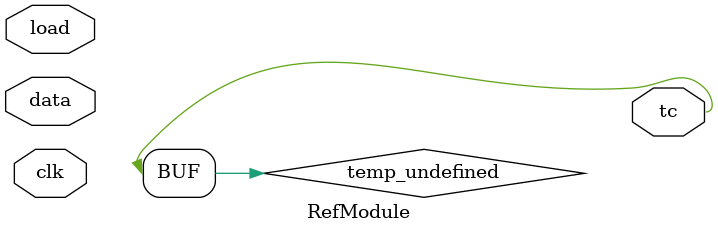
<source format=sv>

module RefModule (
  input clk,
  input load,
  input [9:0] data,
  output tc
);

  logic [9:0] count_value;

  always @(posedge clk)
    if(load) count_value <= data;
    else if(count_value != 0) count_value <= count_value - 1;

  assign tc = temp_undefined;

endmodule


</source>
